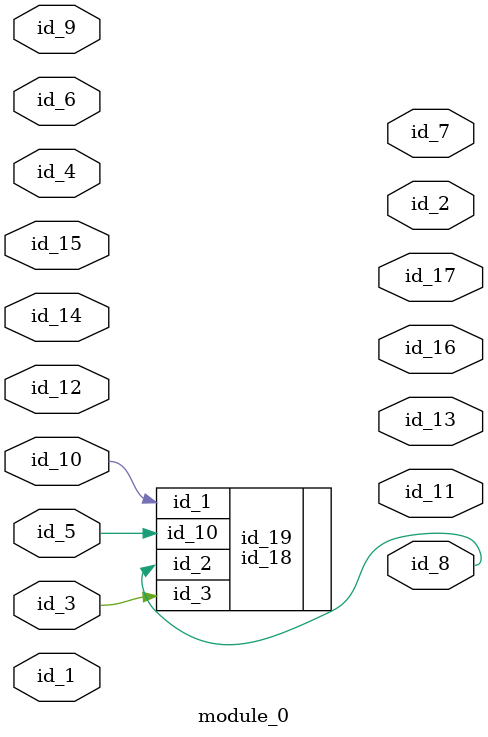
<source format=v>
module module_0 (
    id_1,
    id_2,
    id_3,
    id_4,
    id_5,
    id_6,
    id_7,
    id_8,
    id_9,
    id_10,
    id_11,
    id_12,
    id_13,
    id_14,
    id_15,
    id_16,
    id_17
);
  output id_17;
  output id_16;
  input id_15;
  input id_14;
  output id_13;
  input id_12;
  output id_11;
  input id_10;
  input id_9;
  output id_8;
  output id_7;
  input id_6;
  input id_5;
  input id_4;
  input id_3;
  output id_2;
  input id_1;
  id_18 id_19 (
      .id_2 (id_8),
      .id_1 (id_10),
      .id_3 (id_3),
      .id_10(id_10),
      .id_10(id_5)
  );
endmodule

</source>
